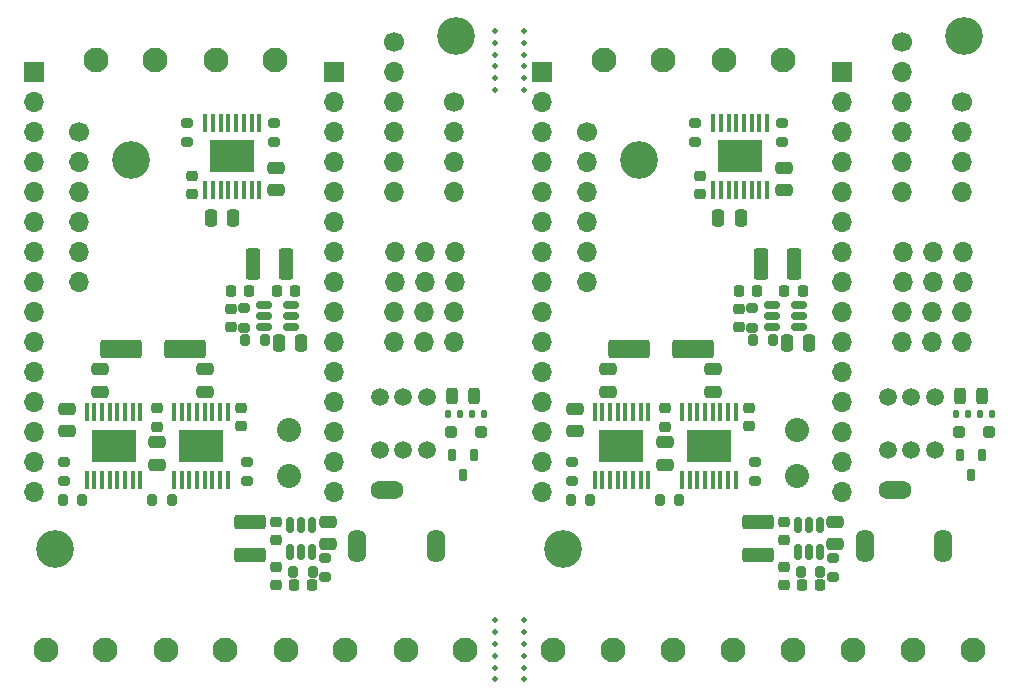
<source format=gbr>
%TF.GenerationSoftware,KiCad,Pcbnew,(7.0.0)*%
%TF.CreationDate,2023-04-15T00:39:35-04:00*%
%TF.ProjectId,NoU2-panelized2,4e6f5532-2d70-4616-9e65-6c697a656432,rev?*%
%TF.SameCoordinates,Original*%
%TF.FileFunction,Soldermask,Top*%
%TF.FilePolarity,Negative*%
%FSLAX46Y46*%
G04 Gerber Fmt 4.6, Leading zero omitted, Abs format (unit mm)*
G04 Created by KiCad (PCBNEW (7.0.0)) date 2023-04-15 00:39:35*
%MOMM*%
%LPD*%
G01*
G04 APERTURE LIST*
G04 Aperture macros list*
%AMRoundRect*
0 Rectangle with rounded corners*
0 $1 Rounding radius*
0 $2 $3 $4 $5 $6 $7 $8 $9 X,Y pos of 4 corners*
0 Add a 4 corners polygon primitive as box body*
4,1,4,$2,$3,$4,$5,$6,$7,$8,$9,$2,$3,0*
0 Add four circle primitives for the rounded corners*
1,1,$1+$1,$2,$3*
1,1,$1+$1,$4,$5*
1,1,$1+$1,$6,$7*
1,1,$1+$1,$8,$9*
0 Add four rect primitives between the rounded corners*
20,1,$1+$1,$2,$3,$4,$5,0*
20,1,$1+$1,$4,$5,$6,$7,0*
20,1,$1+$1,$6,$7,$8,$9,0*
20,1,$1+$1,$8,$9,$2,$3,0*%
G04 Aperture macros list end*
%ADD10C,0.500000*%
%ADD11C,2.100000*%
%ADD12C,1.500000*%
%ADD13O,1.700000X1.700000*%
%ADD14R,3.810000X2.794000*%
%ADD15RoundRect,0.100000X0.100000X-0.687500X0.100000X0.687500X-0.100000X0.687500X-0.100000X-0.687500X0*%
%ADD16RoundRect,0.135000X0.135000X0.185000X-0.135000X0.185000X-0.135000X-0.185000X0.135000X-0.185000X0*%
%ADD17RoundRect,0.200000X0.275000X-0.200000X0.275000X0.200000X-0.275000X0.200000X-0.275000X-0.200000X0*%
%ADD18RoundRect,0.200000X-0.275000X0.200000X-0.275000X-0.200000X0.275000X-0.200000X0.275000X0.200000X0*%
%ADD19R,1.700000X1.700000*%
%ADD20RoundRect,0.150000X-0.512500X-0.150000X0.512500X-0.150000X0.512500X0.150000X-0.512500X0.150000X0*%
%ADD21C,3.200000*%
%ADD22RoundRect,0.250000X-0.250000X-0.250000X0.250000X-0.250000X0.250000X0.250000X-0.250000X0.250000X0*%
%ADD23RoundRect,0.135000X-0.135000X-0.185000X0.135000X-0.185000X0.135000X0.185000X-0.135000X0.185000X0*%
%ADD24RoundRect,0.800000X0.000000X0.600000X0.000000X0.600000X0.000000X-0.600000X0.000000X-0.600000X0*%
%ADD25RoundRect,0.800000X-0.600000X0.000000X-0.600000X0.000000X0.600000X0.000000X0.600000X0.000000X0*%
%ADD26RoundRect,0.250000X1.500000X0.550000X-1.500000X0.550000X-1.500000X-0.550000X1.500000X-0.550000X0*%
%ADD27RoundRect,0.150000X0.150000X-0.512500X0.150000X0.512500X-0.150000X0.512500X-0.150000X-0.512500X0*%
%ADD28C,2.032000*%
%ADD29C,1.700000*%
%ADD30RoundRect,0.243750X-0.243750X-0.456250X0.243750X-0.456250X0.243750X0.456250X-0.243750X0.456250X0*%
%ADD31RoundRect,0.100000X-0.100000X0.687500X-0.100000X-0.687500X0.100000X-0.687500X0.100000X0.687500X0*%
%ADD32RoundRect,0.200000X0.200000X0.275000X-0.200000X0.275000X-0.200000X-0.275000X0.200000X-0.275000X0*%
%ADD33RoundRect,0.200000X-0.200000X-0.275000X0.200000X-0.275000X0.200000X0.275000X-0.200000X0.275000X0*%
%ADD34RoundRect,0.150000X-0.150000X0.400000X-0.150000X-0.400000X0.150000X-0.400000X0.150000X0.400000X0*%
%ADD35RoundRect,0.250000X0.375000X1.075000X-0.375000X1.075000X-0.375000X-1.075000X0.375000X-1.075000X0*%
%ADD36RoundRect,0.250000X-1.075000X0.375000X-1.075000X-0.375000X1.075000X-0.375000X1.075000X0.375000X0*%
%ADD37RoundRect,0.250000X-0.250000X-0.475000X0.250000X-0.475000X0.250000X0.475000X-0.250000X0.475000X0*%
%ADD38RoundRect,0.250000X0.475000X-0.250000X0.475000X0.250000X-0.475000X0.250000X-0.475000X-0.250000X0*%
%ADD39RoundRect,0.225000X0.250000X-0.225000X0.250000X0.225000X-0.250000X0.225000X-0.250000X-0.225000X0*%
%ADD40RoundRect,0.225000X-0.225000X-0.250000X0.225000X-0.250000X0.225000X0.250000X-0.225000X0.250000X0*%
%ADD41RoundRect,0.225000X0.225000X0.250000X-0.225000X0.250000X-0.225000X-0.250000X0.225000X-0.250000X0*%
%ADD42RoundRect,0.250000X-0.475000X0.250000X-0.475000X-0.250000X0.475000X-0.250000X0.475000X0.250000X0*%
%ADD43RoundRect,0.225000X-0.250000X0.225000X-0.250000X-0.225000X0.250000X-0.225000X0.250000X0.225000X0*%
G04 APERTURE END LIST*
D10*
%TO.C,REF\u002A\u002A*%
X43250000Y-7100600D03*
%TD*%
%TO.C,REF\u002A\u002A*%
X40750000Y-52999000D03*
%TD*%
%TO.C,REF\u002A\u002A*%
X43250000Y-58000999D03*
%TD*%
D11*
%TO.C,J19*%
X6994695Y-5547743D03*
X11994695Y-5547743D03*
%TD*%
%TO.C,J19*%
X49994695Y-5547743D03*
X54994695Y-5547743D03*
%TD*%
D12*
%TO.C,U4*%
X74020000Y-34072000D03*
X76020000Y-34072000D03*
X78020000Y-34072000D03*
X74020000Y-38572000D03*
X76020000Y-38572000D03*
X78020000Y-38572000D03*
%TD*%
%TO.C,U4*%
X31020000Y-34072000D03*
X33020000Y-34072000D03*
X35020000Y-34072000D03*
X31020000Y-38572000D03*
X33020000Y-38572000D03*
X35020000Y-38572000D03*
%TD*%
D13*
%TO.C,U18*%
X34797999Y-26923999D03*
X34797999Y-29463999D03*
X37337999Y-26923999D03*
X37337999Y-29463999D03*
X32257999Y-26923999D03*
X32257999Y-29463999D03*
%TD*%
%TO.C,U18*%
X77797999Y-26923999D03*
X77797999Y-29463999D03*
X80337999Y-26923999D03*
X80337999Y-29463999D03*
X75257999Y-26923999D03*
X75257999Y-29463999D03*
%TD*%
D14*
%TO.C,U1*%
X51490965Y-38222344D03*
D15*
X49215966Y-41084845D03*
X49865966Y-41084845D03*
X50515966Y-41084845D03*
X51165966Y-41084845D03*
X51815966Y-41084845D03*
X52465966Y-41084845D03*
X53115966Y-41084845D03*
X53765966Y-41084845D03*
X53765966Y-35359845D03*
X53115966Y-35359845D03*
X52465966Y-35359845D03*
X51815966Y-35359845D03*
X51165966Y-35359845D03*
X50515966Y-35359845D03*
X49865966Y-35359845D03*
X49215966Y-35359845D03*
%TD*%
D14*
%TO.C,U1*%
X8490965Y-38222344D03*
D15*
X6215966Y-41084845D03*
X6865966Y-41084845D03*
X7515966Y-41084845D03*
X8165966Y-41084845D03*
X8815966Y-41084845D03*
X9465966Y-41084845D03*
X10115966Y-41084845D03*
X10765966Y-41084845D03*
X10765966Y-35359845D03*
X10115966Y-35359845D03*
X9465966Y-35359845D03*
X8815966Y-35359845D03*
X8165966Y-35359845D03*
X7515966Y-35359845D03*
X6865966Y-35359845D03*
X6215966Y-35359845D03*
%TD*%
D10*
%TO.C,REF\u002A\u002A*%
X40750000Y-56000199D03*
%TD*%
%TO.C,REF\u002A\u002A*%
X43250000Y-52999000D03*
%TD*%
%TO.C,REF\u002A\u002A*%
X43250000Y-8101000D03*
%TD*%
%TO.C,REF\u002A\u002A*%
X40750000Y-5099801D03*
%TD*%
%TO.C,REF\u002A\u002A*%
X40750000Y-57000599D03*
%TD*%
%TO.C,REF\u002A\u002A*%
X43250000Y-5099801D03*
%TD*%
D16*
%TO.C,R5*%
X39860000Y-35560000D03*
X38840000Y-35560000D03*
%TD*%
%TO.C,R5*%
X82860000Y-35560000D03*
X81840000Y-35560000D03*
%TD*%
D17*
%TO.C,R8*%
X57732000Y-12509000D03*
X57732000Y-10859000D03*
%TD*%
%TO.C,R8*%
X14732000Y-12509000D03*
X14732000Y-10859000D03*
%TD*%
D11*
%TO.C,J11*%
X7732163Y-55530120D03*
X2732163Y-55530120D03*
%TD*%
%TO.C,J11*%
X50732163Y-55530120D03*
X45732163Y-55530120D03*
%TD*%
D10*
%TO.C,REF\u002A\u002A*%
X43250000Y-4099401D03*
%TD*%
%TO.C,REF\u002A\u002A*%
X40750000Y-4099401D03*
%TD*%
%TO.C,REF\u002A\u002A*%
X40750000Y-6100200D03*
%TD*%
D18*
%TO.C,R7*%
X19812000Y-39561000D03*
X19812000Y-41211000D03*
%TD*%
%TO.C,R7*%
X62812000Y-39561000D03*
X62812000Y-41211000D03*
%TD*%
D11*
%TO.C,J18*%
X17154695Y-5547743D03*
X22154695Y-5547743D03*
%TD*%
%TO.C,J18*%
X60154695Y-5547743D03*
X65154695Y-5547743D03*
%TD*%
D19*
%TO.C,J5*%
X27177999Y-6599999D03*
D13*
X27177999Y-9139999D03*
X27177999Y-11679999D03*
X27177999Y-14219999D03*
X27177999Y-16759999D03*
X27177999Y-19299999D03*
X27177999Y-21839999D03*
X27177999Y-24379999D03*
X27177999Y-26919999D03*
X27177999Y-29459999D03*
X27177999Y-31999999D03*
X27177999Y-34539999D03*
X27177999Y-37079999D03*
X27177999Y-39619999D03*
X27177999Y-42159999D03*
%TD*%
D19*
%TO.C,J5*%
X70177999Y-6599999D03*
D13*
X70177999Y-9139999D03*
X70177999Y-11679999D03*
X70177999Y-14219999D03*
X70177999Y-16759999D03*
X70177999Y-19299999D03*
X70177999Y-21839999D03*
X70177999Y-24379999D03*
X70177999Y-26919999D03*
X70177999Y-29459999D03*
X70177999Y-31999999D03*
X70177999Y-34539999D03*
X70177999Y-37079999D03*
X70177999Y-39619999D03*
X70177999Y-42159999D03*
%TD*%
D10*
%TO.C,REF\u002A\u002A*%
X43250000Y-56000199D03*
%TD*%
D20*
%TO.C,U11*%
X21262500Y-26300000D03*
X21262500Y-27250000D03*
X21262500Y-28200000D03*
X23537500Y-28200000D03*
X23537500Y-27250000D03*
X23537500Y-26300000D03*
%TD*%
%TO.C,U11*%
X64262500Y-26300000D03*
X64262500Y-27250000D03*
X64262500Y-28200000D03*
X66537500Y-28200000D03*
X66537500Y-27250000D03*
X66537500Y-26300000D03*
%TD*%
D10*
%TO.C,REF\u002A\u002A*%
X43250000Y-3099001D03*
%TD*%
D18*
%TO.C,R6*%
X47318000Y-39561000D03*
X47318000Y-41211000D03*
%TD*%
%TO.C,R6*%
X4318000Y-39561000D03*
X4318000Y-41211000D03*
%TD*%
D11*
%TO.C,J17*%
X38212163Y-55530120D03*
X33212163Y-55530120D03*
%TD*%
%TO.C,J17*%
X81212163Y-55530120D03*
X76212163Y-55530120D03*
%TD*%
D21*
%TO.C,REF\u002A\u002A*%
X53000000Y-14000000D03*
%TD*%
%TO.C,REF\u002A\u002A*%
X10000000Y-14000000D03*
%TD*%
D10*
%TO.C,REF\u002A\u002A*%
X43250000Y-6100200D03*
%TD*%
D22*
%TO.C,D3*%
X80084000Y-37084000D03*
X82584000Y-37084000D03*
%TD*%
%TO.C,D3*%
X37084000Y-37084000D03*
X39584000Y-37084000D03*
%TD*%
D10*
%TO.C,REF\u002A\u002A*%
X43250000Y-57000599D03*
%TD*%
%TO.C,REF\u002A\u002A*%
X40750000Y-3099001D03*
%TD*%
%TO.C,REF\u002A\u002A*%
X40750000Y-7100600D03*
%TD*%
%TO.C,REF\u002A\u002A*%
X40750000Y-58000999D03*
%TD*%
%TO.C,REF\u002A\u002A*%
X40750000Y-8101000D03*
%TD*%
D23*
%TO.C,R14*%
X36808000Y-35560000D03*
X37828000Y-35560000D03*
%TD*%
%TO.C,R14*%
X79808000Y-35560000D03*
X80828000Y-35560000D03*
%TD*%
D10*
%TO.C,REF\u002A\u002A*%
X43250000Y-53999400D03*
%TD*%
D13*
%TO.C,U17*%
X34839999Y-21829999D03*
X34839999Y-24369999D03*
X37379999Y-21829999D03*
X37379999Y-24369999D03*
X32299999Y-21829999D03*
X32299999Y-24369999D03*
%TD*%
%TO.C,U17*%
X77839999Y-21829999D03*
X77839999Y-24369999D03*
X80379999Y-21829999D03*
X80379999Y-24369999D03*
X75299999Y-21829999D03*
X75299999Y-24369999D03*
%TD*%
D10*
%TO.C,REF\u002A\u002A*%
X43250000Y-54999800D03*
%TD*%
%TO.C,REF\u002A\u002A*%
X40750000Y-53999400D03*
%TD*%
D24*
%TO.C,J10*%
X72095000Y-46700000D03*
X78745000Y-46700000D03*
D25*
X74645000Y-42000000D03*
%TD*%
D24*
%TO.C,J10*%
X29095000Y-46700000D03*
X35745000Y-46700000D03*
D25*
X31645000Y-42000000D03*
%TD*%
D26*
%TO.C,C17*%
X14536400Y-29997400D03*
X9136400Y-29997400D03*
%TD*%
%TO.C,C17*%
X57536400Y-29997400D03*
X52136400Y-29997400D03*
%TD*%
D27*
%TO.C,U10*%
X66408600Y-47213100D03*
X67358600Y-47213100D03*
X68308600Y-47213100D03*
X68308600Y-44938100D03*
X67358600Y-44938100D03*
X66408600Y-44938100D03*
%TD*%
%TO.C,U10*%
X23408600Y-47213100D03*
X24358600Y-47213100D03*
X25308600Y-47213100D03*
X25308600Y-44938100D03*
X24358600Y-44938100D03*
X23408600Y-44938100D03*
%TD*%
D11*
%TO.C,J15*%
X17892163Y-55530120D03*
X12892163Y-55530120D03*
%TD*%
%TO.C,J15*%
X60892163Y-55530120D03*
X55892163Y-55530120D03*
%TD*%
D10*
%TO.C,REF\u002A\u002A*%
X40750000Y-54999800D03*
%TD*%
D19*
%TO.C,J2*%
X1777999Y-6603999D03*
D13*
X1777999Y-9143999D03*
X1777999Y-11683999D03*
X1777999Y-14223999D03*
X1777999Y-16763999D03*
X1777999Y-19303999D03*
X1777999Y-21843999D03*
X1777999Y-24383999D03*
X1777999Y-26923999D03*
X1777999Y-29463999D03*
X1777999Y-32003999D03*
X1777999Y-34543999D03*
X1777999Y-37083999D03*
X1777999Y-39623999D03*
X1777999Y-42163999D03*
%TD*%
D19*
%TO.C,J2*%
X44777999Y-6603999D03*
D13*
X44777999Y-9143999D03*
X44777999Y-11683999D03*
X44777999Y-14223999D03*
X44777999Y-16763999D03*
X44777999Y-19303999D03*
X44777999Y-21843999D03*
X44777999Y-24383999D03*
X44777999Y-26923999D03*
X44777999Y-29463999D03*
X44777999Y-32003999D03*
X44777999Y-34543999D03*
X44777999Y-37083999D03*
X44777999Y-39623999D03*
X44777999Y-42163999D03*
%TD*%
D11*
%TO.C,J16*%
X71052163Y-55530120D03*
X66052163Y-55530120D03*
%TD*%
%TO.C,J16*%
X28052163Y-55530120D03*
X23052163Y-55530120D03*
%TD*%
D28*
%TO.C,J14*%
X23342600Y-36880800D03*
%TD*%
%TO.C,J14*%
X66342600Y-36880800D03*
%TD*%
%TO.C,J13*%
X66342600Y-40792400D03*
%TD*%
%TO.C,J13*%
X23342600Y-40792400D03*
%TD*%
D21*
%TO.C,REF\u002A\u002A*%
X37500000Y-3500000D03*
%TD*%
%TO.C,REF\u002A\u002A*%
X80500000Y-3500000D03*
%TD*%
%TO.C,REF\u002A\u002A*%
X46500000Y-47000000D03*
%TD*%
%TO.C,REF\u002A\u002A*%
X3500000Y-47000000D03*
%TD*%
D29*
%TO.C,J4*%
X48588000Y-11684000D03*
D13*
X48587999Y-14223999D03*
X48587999Y-16763999D03*
X48587999Y-19303999D03*
X48587999Y-21843999D03*
X48587999Y-24383999D03*
%TD*%
D29*
%TO.C,J4*%
X5588000Y-11684000D03*
D13*
X5587999Y-14223999D03*
X5587999Y-16763999D03*
X5587999Y-19303999D03*
X5587999Y-21843999D03*
X5587999Y-24383999D03*
%TD*%
D29*
%TO.C,J3*%
X37338000Y-9144000D03*
D13*
X37337999Y-11683999D03*
X37337999Y-14223999D03*
X37337999Y-16763999D03*
%TD*%
D29*
%TO.C,J3*%
X80338000Y-9144000D03*
D13*
X80337999Y-11683999D03*
X80337999Y-14223999D03*
X80337999Y-16763999D03*
%TD*%
D29*
%TO.C,J1*%
X32258000Y-4064000D03*
D13*
X32257999Y-6603999D03*
X32257999Y-9143999D03*
X32257999Y-11683999D03*
X32257999Y-14223999D03*
X32257999Y-16763999D03*
%TD*%
D29*
%TO.C,J1*%
X75258000Y-4064000D03*
D13*
X75257999Y-6603999D03*
X75257999Y-9143999D03*
X75257999Y-11683999D03*
X75257999Y-14223999D03*
X75257999Y-16763999D03*
%TD*%
D30*
%TO.C,D1*%
X37162500Y-34036000D03*
X39037500Y-34036000D03*
%TD*%
%TO.C,D1*%
X80162500Y-34036000D03*
X82037500Y-34036000D03*
%TD*%
D14*
%TO.C,U3*%
X15874999Y-38226999D03*
D15*
X13600000Y-41089500D03*
X14250000Y-41089500D03*
X14900000Y-41089500D03*
X15550000Y-41089500D03*
X16200000Y-41089500D03*
X16850000Y-41089500D03*
X17500000Y-41089500D03*
X18150000Y-41089500D03*
X18150000Y-35364500D03*
X17500000Y-35364500D03*
X16850000Y-35364500D03*
X16200000Y-35364500D03*
X15550000Y-35364500D03*
X14900000Y-35364500D03*
X14250000Y-35364500D03*
X13600000Y-35364500D03*
%TD*%
D14*
%TO.C,U3*%
X58874999Y-38226999D03*
D15*
X56600000Y-41089500D03*
X57250000Y-41089500D03*
X57900000Y-41089500D03*
X58550000Y-41089500D03*
X59200000Y-41089500D03*
X59850000Y-41089500D03*
X60500000Y-41089500D03*
X61150000Y-41089500D03*
X61150000Y-35364500D03*
X60500000Y-35364500D03*
X59850000Y-35364500D03*
X59200000Y-35364500D03*
X58550000Y-35364500D03*
X57900000Y-35364500D03*
X57250000Y-35364500D03*
X56600000Y-35364500D03*
%TD*%
D14*
%TO.C,U2*%
X61541999Y-13715999D03*
D31*
X63817000Y-10853500D03*
X63167000Y-10853500D03*
X62517000Y-10853500D03*
X61867000Y-10853500D03*
X61217000Y-10853500D03*
X60567000Y-10853500D03*
X59917000Y-10853500D03*
X59267000Y-10853500D03*
X59267000Y-16578500D03*
X59917000Y-16578500D03*
X60567000Y-16578500D03*
X61217000Y-16578500D03*
X61867000Y-16578500D03*
X62517000Y-16578500D03*
X63167000Y-16578500D03*
X63817000Y-16578500D03*
%TD*%
D14*
%TO.C,U2*%
X18541999Y-13715999D03*
D31*
X20817000Y-10853500D03*
X20167000Y-10853500D03*
X19517000Y-10853500D03*
X18867000Y-10853500D03*
X18217000Y-10853500D03*
X17567000Y-10853500D03*
X16917000Y-10853500D03*
X16267000Y-10853500D03*
X16267000Y-16578500D03*
X16917000Y-16578500D03*
X17567000Y-16578500D03*
X18217000Y-16578500D03*
X18867000Y-16578500D03*
X19517000Y-16578500D03*
X20167000Y-16578500D03*
X20817000Y-16578500D03*
%TD*%
D32*
%TO.C,R11*%
X48854200Y-42773600D03*
X47204200Y-42773600D03*
%TD*%
%TO.C,R11*%
X5854200Y-42773600D03*
X4204200Y-42773600D03*
%TD*%
%TO.C,R10*%
X13398000Y-42773600D03*
X11748000Y-42773600D03*
%TD*%
%TO.C,R10*%
X56398000Y-42773600D03*
X54748000Y-42773600D03*
%TD*%
D18*
%TO.C,R9*%
X65098000Y-10859000D03*
X65098000Y-12509000D03*
%TD*%
%TO.C,R9*%
X22098000Y-10859000D03*
X22098000Y-12509000D03*
%TD*%
D33*
%TO.C,R4*%
X62647400Y-29286200D03*
X64297400Y-29286200D03*
%TD*%
%TO.C,R4*%
X19647400Y-29286200D03*
X21297400Y-29286200D03*
%TD*%
D18*
%TO.C,R3*%
X19558000Y-26569400D03*
X19558000Y-28219400D03*
%TD*%
%TO.C,R3*%
X62558000Y-26569400D03*
X62558000Y-28219400D03*
%TD*%
D17*
%TO.C,R2*%
X26390600Y-49339000D03*
X26390600Y-47689000D03*
%TD*%
%TO.C,R2*%
X69390600Y-49339000D03*
X69390600Y-47689000D03*
%TD*%
D33*
%TO.C,R1*%
X66686000Y-48895000D03*
X68336000Y-48895000D03*
%TD*%
%TO.C,R1*%
X23686000Y-48895000D03*
X25336000Y-48895000D03*
%TD*%
D34*
%TO.C,Q1*%
X82010000Y-39028000D03*
X80110000Y-39028000D03*
X81060000Y-40728000D03*
%TD*%
%TO.C,Q1*%
X39010000Y-39028000D03*
X37110000Y-39028000D03*
X38060000Y-40728000D03*
%TD*%
D35*
%TO.C,L2*%
X23117000Y-22860000D03*
X20317000Y-22860000D03*
%TD*%
%TO.C,L2*%
X66117000Y-22860000D03*
X63317000Y-22860000D03*
%TD*%
D36*
%TO.C,L1*%
X20066000Y-44701000D03*
X20066000Y-47501000D03*
%TD*%
%TO.C,L1*%
X63066000Y-44701000D03*
X63066000Y-47501000D03*
%TD*%
D37*
%TO.C,C24*%
X16703000Y-18923000D03*
X18603000Y-18923000D03*
%TD*%
%TO.C,C24*%
X59703000Y-18923000D03*
X61603000Y-18923000D03*
%TD*%
D38*
%TO.C,C23*%
X59230600Y-33639800D03*
X59230600Y-31739800D03*
%TD*%
%TO.C,C23*%
X16230600Y-33639800D03*
X16230600Y-31739800D03*
%TD*%
%TO.C,C22*%
X50366000Y-33639800D03*
X50366000Y-31739800D03*
%TD*%
%TO.C,C22*%
X7366000Y-33639800D03*
X7366000Y-31739800D03*
%TD*%
D39*
%TO.C,C14*%
X18440400Y-28181600D03*
X18440400Y-26631600D03*
%TD*%
%TO.C,C14*%
X61440400Y-28181600D03*
X61440400Y-26631600D03*
%TD*%
D40*
%TO.C,C13*%
X18402000Y-25095200D03*
X19952000Y-25095200D03*
%TD*%
%TO.C,C13*%
X61402000Y-25095200D03*
X62952000Y-25095200D03*
%TD*%
D37*
%TO.C,C12*%
X22481500Y-29527500D03*
X24381500Y-29527500D03*
%TD*%
%TO.C,C12*%
X65481500Y-29527500D03*
X67381500Y-29527500D03*
%TD*%
D41*
%TO.C,C11*%
X23838200Y-25095200D03*
X22288200Y-25095200D03*
%TD*%
%TO.C,C11*%
X66838200Y-25095200D03*
X65288200Y-25095200D03*
%TD*%
D38*
%TO.C,C10*%
X65225000Y-16571000D03*
X65225000Y-14671000D03*
%TD*%
%TO.C,C10*%
X22225000Y-16571000D03*
X22225000Y-14671000D03*
%TD*%
D42*
%TO.C,C9*%
X12166600Y-37939940D03*
X12166600Y-39839940D03*
%TD*%
%TO.C,C9*%
X55166600Y-37939940D03*
X55166600Y-39839940D03*
%TD*%
D39*
%TO.C,C7*%
X58113000Y-16904000D03*
X58113000Y-15354000D03*
%TD*%
%TO.C,C7*%
X15113000Y-16904000D03*
X15113000Y-15354000D03*
%TD*%
D43*
%TO.C,C6*%
X62301460Y-35023760D03*
X62301460Y-36573760D03*
%TD*%
%TO.C,C6*%
X19301460Y-35023760D03*
X19301460Y-36573760D03*
%TD*%
%TO.C,C5*%
X12192000Y-35039000D03*
X12192000Y-36589000D03*
%TD*%
%TO.C,C5*%
X55192000Y-35039000D03*
X55192000Y-36589000D03*
%TD*%
D41*
%TO.C,C4*%
X25286000Y-50012600D03*
X23736000Y-50012600D03*
%TD*%
%TO.C,C4*%
X68286000Y-50012600D03*
X66736000Y-50012600D03*
%TD*%
D39*
%TO.C,C3*%
X22225000Y-50025600D03*
X22225000Y-48475600D03*
%TD*%
%TO.C,C3*%
X65225000Y-50025600D03*
X65225000Y-48475600D03*
%TD*%
D38*
%TO.C,C2*%
X26606500Y-46543000D03*
X26606500Y-44643000D03*
%TD*%
%TO.C,C2*%
X69606500Y-46543000D03*
X69606500Y-44643000D03*
%TD*%
D43*
%TO.C,C1*%
X22225000Y-44640200D03*
X22225000Y-46190200D03*
%TD*%
%TO.C,C1*%
X65225000Y-44640200D03*
X65225000Y-46190200D03*
%TD*%
D42*
%TO.C,C8*%
X47549140Y-35102760D03*
X47549140Y-37002760D03*
%TD*%
%TO.C,C8*%
X4549140Y-35102760D03*
X4549140Y-37002760D03*
%TD*%
M02*

</source>
